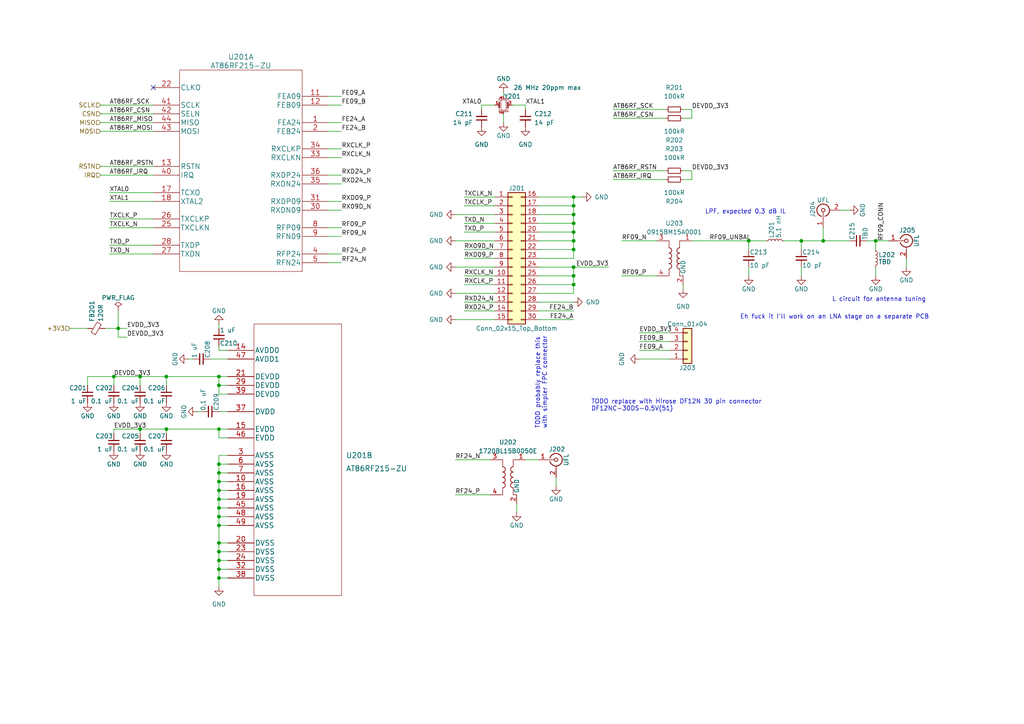
<source format=kicad_sch>
(kicad_sch (version 20211123) (generator eeschema)
  (paper "A4")
  (lib_symbols
    (symbol "2022-01-19_02-44-53:AT86RF215-ZU" (pin_names (offset 0.254))
      (property "Reference" "U" (at 25.4 10.16 0))
      (property "Value" "AT86RF215-ZU" (at 25.4 7.62 0))
      (symbol "AT86RF215-ZU_1_1"
        (polyline (pts (xy 7.62 -53.34) (xy 43.18 -53.34)) (stroke (width 0.127)))
        (polyline (pts (xy 7.62 5.08) (xy 7.62 -53.34)) (stroke (width 0.127)))
        (polyline (pts (xy 43.18 -53.34) (xy 43.18 5.08)) (stroke (width 0.127)))
        (polyline (pts (xy 43.18 5.08) (xy 7.62 5.08)) (stroke (width 0.127)))
        (pin output line (at 50.8 -10.16 180) (length 7.62) (name "FEA24") (number "1"))
        (pin output line (at 50.8 -2.54 180) (length 7.62) (name "FEA09") (number "11"))
        (pin output line (at 50.8 -5.08 180) (length 7.62) (name "FEB09") (number "12"))
        (pin input line (at 0 -22.86 0) (length 7.62) (name "RSTN") (number "13"))
        (pin input line (at 0 -30.48 0) (length 7.62) (name "TCXO") (number "17"))
        (pin output line (at 0 -33.02 0) (length 7.62) (name "XTAL2") (number "18"))
        (pin output line (at 50.8 -12.7 180) (length 7.62) (name "FEB24") (number "2"))
        (pin output line (at 0 0 0) (length 7.62) (name "CLKO") (number "22"))
        (pin input line (at 0 -40.64 0) (length 7.62) (name "TXCLKN") (number "25"))
        (pin input line (at 0 -38.1 0) (length 7.62) (name "TXCLKP") (number "26"))
        (pin input line (at 0 -48.26 0) (length 7.62) (name "TXDN") (number "27"))
        (pin input line (at 0 -45.72 0) (length 7.62) (name "TXDP") (number "28"))
        (pin output line (at 50.8 -35.56 180) (length 7.62) (name "RXDN09") (number "30"))
        (pin output line (at 50.8 -33.02 180) (length 7.62) (name "RXDP09") (number "31"))
        (pin output line (at 50.8 -20.32 180) (length 7.62) (name "RXCLKN") (number "33"))
        (pin output line (at 50.8 -17.78 180) (length 7.62) (name "RXCLKP") (number "34"))
        (pin output line (at 50.8 -27.94 180) (length 7.62) (name "RXDN24") (number "35"))
        (pin output line (at 50.8 -25.4 180) (length 7.62) (name "RXDP24") (number "36"))
        (pin bidirectional line (at 50.8 -48.26 180) (length 7.62) (name "RFP24") (number "4"))
        (pin output line (at 0 -25.4 0) (length 7.62) (name "IRQ") (number "40"))
        (pin input line (at 0 -5.08 0) (length 7.62) (name "SCLK") (number "41"))
        (pin input line (at 0 -7.62 0) (length 7.62) (name "SELN") (number "42"))
        (pin input line (at 0 -12.7 0) (length 7.62) (name "MOSI") (number "43"))
        (pin output line (at 0 -10.16 0) (length 7.62) (name "MISO") (number "44"))
        (pin bidirectional line (at 50.8 -50.8 180) (length 7.62) (name "RFN24") (number "5"))
        (pin bidirectional line (at 50.8 -40.64 180) (length 7.62) (name "RFP09") (number "8"))
        (pin bidirectional line (at 50.8 -43.18 180) (length 7.62) (name "RFN09") (number "9"))
      )
      (symbol "AT86RF215-ZU_2_1"
        (polyline (pts (xy 7.62 -71.12) (xy 33.02 -71.12)) (stroke (width 0.127)))
        (polyline (pts (xy 7.62 7.62) (xy 7.62 -71.12)) (stroke (width 0.127)))
        (polyline (pts (xy 33.02 -71.12) (xy 33.02 7.62)) (stroke (width 0.127)))
        (polyline (pts (xy 33.02 7.62) (xy 7.62 7.62)) (stroke (width 0.127)))
        (pin power_in line (at 0 -38.1 0) (length 7.62) (name "AVSS") (number "10"))
        (pin power_in line (at 0 0 0) (length 7.62) (name "AVDD0") (number "14"))
        (pin power_in line (at 0 -22.86 0) (length 7.62) (name "EVDD") (number "15"))
        (pin power_in line (at 0 -40.64 0) (length 7.62) (name "AVSS") (number "16"))
        (pin power_in line (at 0 -43.18 0) (length 7.62) (name "AVSS") (number "19"))
        (pin power_in line (at 0 -55.88 0) (length 7.62) (name "DVSS") (number "20"))
        (pin power_in line (at 0 -7.62 0) (length 7.62) (name "DEVDD") (number "21"))
        (pin power_in line (at 0 -58.42 0) (length 7.62) (name "DVSS") (number "23"))
        (pin power_in line (at 0 -60.96 0) (length 7.62) (name "DVSS") (number "24"))
        (pin power_in line (at 0 -10.16 0) (length 7.62) (name "DEVDD") (number "29"))
        (pin power_in line (at 0 -30.48 0) (length 7.62) (name "AVSS") (number "3"))
        (pin power_in line (at 0 -63.5 0) (length 7.62) (name "DVSS") (number "32"))
        (pin power_in line (at 0 -17.78 0) (length 7.62) (name "DVDD") (number "37"))
        (pin power_in line (at 0 -66.04 0) (length 7.62) (name "DVSS") (number "38"))
        (pin power_in line (at 0 -12.7 0) (length 7.62) (name "DEVDD") (number "39"))
        (pin power_in line (at 0 -45.72 0) (length 7.62) (name "AVSS") (number "45"))
        (pin power_in line (at 0 -25.4 0) (length 7.62) (name "EVDD") (number "46"))
        (pin power_in line (at 0 -2.54 0) (length 7.62) (name "AVDD1") (number "47"))
        (pin power_in line (at 0 -48.26 0) (length 7.62) (name "AVSS") (number "48"))
        (pin power_in line (at 0 -50.8 0) (length 7.62) (name "AVSS") (number "49"))
        (pin power_in line (at 0 -33.02 0) (length 7.62) (name "AVSS") (number "6"))
        (pin power_in line (at 0 -35.56 0) (length 7.62) (name "AVSS") (number "7"))
      )
    )
    (symbol "AT86RF215-ZU_1" (pin_names (offset 0.254))
      (property "Reference" "U" (at 25.4 10.16 0))
      (property "Value" "AT86RF215-ZU_1" (at 25.4 7.62 0))
      (symbol "AT86RF215-ZU_1_1_1"
        (polyline (pts (xy 7.62 -53.34) (xy 43.18 -53.34)) (stroke (width 0.127)))
        (polyline (pts (xy 7.62 5.08) (xy 7.62 -53.34)) (stroke (width 0.127)))
        (polyline (pts (xy 43.18 -53.34) (xy 43.18 5.08)) (stroke (width 0.127)))
        (polyline (pts (xy 43.18 5.08) (xy 7.62 5.08)) (stroke (width 0.127)))
        (pin output line (at 50.8 -10.16 180) (length 7.62) (name "FEA24") (number "1"))
        (pin output line (at 50.8 -2.54 180) (length 7.62) (name "FEA09") (number "11"))
        (pin output line (at 50.8 -5.08 180) (length 7.62) (name "FEB09") (number "12"))
        (pin input line (at 0 -22.86 0) (length 7.62) (name "RSTN") (number "13"))
        (pin input line (at 0 -30.48 0) (length 7.62) (name "TCXO") (number "17"))
        (pin output line (at 0 -33.02 0) (length 7.62) (name "XTAL2") (number "18"))
        (pin output line (at 50.8 -12.7 180) (length 7.62) (name "FEB24") (number "2"))
        (pin output line (at 0 0 0) (length 7.62) (name "CLKO") (number "22"))
        (pin input line (at 0 -40.64 0) (length 7.62) (name "TXCLKN") (number "25"))
        (pin input line (at 0 -38.1 0) (length 7.62) (name "TXCLKP") (number "26"))
        (pin input line (at 0 -48.26 0) (length 7.62) (name "TXDN") (number "27"))
        (pin input line (at 0 -45.72 0) (length 7.62) (name "TXDP") (number "28"))
        (pin output line (at 50.8 -35.56 180) (length 7.62) (name "RXDN09") (number "30"))
        (pin output line (at 50.8 -33.02 180) (length 7.62) (name "RXDP09") (number "31"))
        (pin output line (at 50.8 -20.32 180) (length 7.62) (name "RXCLKN") (number "33"))
        (pin output line (at 50.8 -17.78 180) (length 7.62) (name "RXCLKP") (number "34"))
        (pin output line (at 50.8 -27.94 180) (length 7.62) (name "RXDN24") (number "35"))
        (pin output line (at 50.8 -25.4 180) (length 7.62) (name "RXDP24") (number "36"))
        (pin bidirectional line (at 50.8 -48.26 180) (length 7.62) (name "RFP24") (number "4"))
        (pin output line (at 0 -25.4 0) (length 7.62) (name "IRQ") (number "40"))
        (pin input line (at 0 -5.08 0) (length 7.62) (name "SCLK") (number "41"))
        (pin input line (at 0 -7.62 0) (length 7.62) (name "SELN") (number "42"))
        (pin input line (at 0 -12.7 0) (length 7.62) (name "MOSI") (number "43"))
        (pin output line (at 0 -10.16 0) (length 7.62) (name "MISO") (number "44"))
        (pin bidirectional line (at 50.8 -50.8 180) (length 7.62) (name "RFN24") (number "5"))
        (pin bidirectional line (at 50.8 -40.64 180) (length 7.62) (name "RFP09") (number "8"))
        (pin bidirectional line (at 50.8 -43.18 180) (length 7.62) (name "RFN09") (number "9"))
      )
      (symbol "AT86RF215-ZU_1_2_1"
        (polyline (pts (xy 7.62 -71.12) (xy 33.02 -71.12)) (stroke (width 0.127)))
        (polyline (pts (xy 7.62 7.62) (xy 7.62 -71.12)) (stroke (width 0.127)))
        (polyline (pts (xy 33.02 -71.12) (xy 33.02 7.62)) (stroke (width 0.127)))
        (polyline (pts (xy 33.02 7.62) (xy 7.62 7.62)) (stroke (width 0.127)))
        (pin power_in line (at 0 -38.1 0) (length 7.62) (name "AVSS") (number "10"))
        (pin power_out line (at 0 0 0) (length 7.62) (name "AVDD0") (number "14"))
        (pin power_in line (at 0 -22.86 0) (length 7.62) (name "EVDD") (number "15"))
        (pin power_in line (at 0 -40.64 0) (length 7.62) (name "AVSS") (number "16"))
        (pin power_in line (at 0 -43.18 0) (length 7.62) (name "AVSS") (number "19"))
        (pin power_in line (at 0 -55.88 0) (length 7.62) (name "DVSS") (number "20"))
        (pin power_in line (at 0 -7.62 0) (length 7.62) (name "DEVDD") (number "21"))
        (pin power_in line (at 0 -58.42 0) (length 7.62) (name "DVSS") (number "23"))
        (pin power_in line (at 0 -60.96 0) (length 7.62) (name "DVSS") (number "24"))
        (pin power_in line (at 0 -10.16 0) (length 7.62) (name "DEVDD") (number "29"))
        (pin power_in line (at 0 -30.48 0) (length 7.62) (name "AVSS") (number "3"))
        (pin power_in line (at 0 -63.5 0) (length 7.62) (name "DVSS") (number "32"))
        (pin power_out line (at 0 -17.78 0) (length 7.62) (name "DVDD") (number "37"))
        (pin power_in line (at 0 -66.04 0) (length 7.62) (name "DVSS") (number "38"))
        (pin power_in line (at 0 -12.7 0) (length 7.62) (name "DEVDD") (number "39"))
        (pin power_in line (at 0 -45.72 0) (length 7.62) (name "AVSS") (number "45"))
        (pin power_in line (at 0 -25.4 0) (length 7.62) (name "EVDD") (number "46"))
        (pin power_out line (at 0 -2.54 0) (length 7.62) (name "AVDD1") (number "47"))
        (pin power_in line (at 0 -48.26 0) (length 7.62) (name "AVSS") (number "48"))
        (pin power_in line (at 0 -50.8 0) (length 7.62) (name "AVSS") (number "49"))
        (pin power_in line (at 0 -33.02 0) (length 7.62) (name "AVSS") (number "6"))
        (pin power_in line (at 0 -35.56 0) (length 7.62) (name "AVSS") (number "7"))
      )
    )
    (symbol "Connector:Conn_Coaxial" (pin_names (offset 1.016) hide)
      (property "Reference" "J" (at 0.254 3.048 0))
      (property "Value" "Conn_Coaxial" (at 2.921 0 90))
      (symbol "Conn_Coaxial_0_1"
        (arc (start -1.778 -0.508) (mid 0.222 -1.808) (end 1.778 0) (stroke (width 0.254)))
        (polyline (pts (xy -2.54 0) (xy -0.508 0)))
        (polyline (pts (xy 0 -2.54) (xy 0 -1.778)))
        (circle (center 0 0) (radius 0.508) (stroke (width 0.2032)))
        (arc (start 1.778 0) (mid 0.222 1.8083) (end -1.778 0.508) (stroke (width 0.254)))
      )
      (symbol "Conn_Coaxial_1_1"
        (pin passive line (at -5.08 0 0) (length 2.54) (name "In") (number "1"))
        (pin passive line (at 0 -5.08 90) (length 2.54) (name "Ext") (number "2"))
      )
    )
    (symbol "Connector_Generic:Conn_01x04" (pin_names (offset 1.016) hide)
      (property "Reference" "J" (at 0 5.08 0))
      (property "Value" "Conn_01x04" (at 0 -7.62 0))
      (symbol "Conn_01x04_1_1"
        (rectangle (start -1.27 -4.953) (end 0 -5.207) (stroke (width 0.1524)))
        (rectangle (start -1.27 -2.413) (end 0 -2.667) (stroke (width 0.1524)))
        (rectangle (start -1.27 0.127) (end 0 -0.127) (stroke (width 0.1524)))
        (rectangle (start -1.27 2.667) (end 0 2.413) (stroke (width 0.1524)))
        (rectangle (start -1.27 3.81) (end 1.27 -6.35) (stroke (width 0.254)) (fill (type background)))
        (pin passive line (at -5.08 2.54 0) (length 3.81) (name "Pin_1") (number "1"))
        (pin passive line (at -5.08 0 0) (length 3.81) (name "Pin_2") (number "2"))
        (pin passive line (at -5.08 -2.54 0) (length 3.81) (name "Pin_3") (number "3"))
        (pin passive line (at -5.08 -5.08 0) (length 3.81) (name "Pin_4") (number "4"))
      )
    )
    (symbol "Connector_Generic:Conn_02x15_Top_Bottom" (pin_names (offset 1.016) hide)
      (property "Reference" "J" (at 1.27 20.32 0))
      (property "Value" "Conn_02x15_Top_Bottom" (at 1.27 -20.32 0))
      (symbol "Conn_02x15_Top_Bottom_1_1"
        (rectangle (start -1.27 -17.653) (end 0 -17.907) (stroke (width 0.1524)))
        (rectangle (start -1.27 -15.113) (end 0 -15.367) (stroke (width 0.1524)))
        (rectangle (start -1.27 -12.573) (end 0 -12.827) (stroke (width 0.1524)))
        (rectangle (start -1.27 -10.033) (end 0 -10.287) (stroke (width 0.1524)))
        (rectangle (start -1.27 -7.493) (end 0 -7.747) (stroke (width 0.1524)))
        (rectangle (start -1.27 -4.953) (end 0 -5.207) (stroke (width 0.1524)))
        (rectangle (start -1.27 -2.413) (end 0 -2.667) (stroke (width 0.1524)))
        (rectangle (start -1.27 0.127) (end 0 -0.127) (stroke (width 0.1524)))
        (rectangle (start -1.27 2.667) (end 0 2.413) (stroke (width 0.1524)))
        (rectangle (start -1.27 5.207) (end 0 4.953) (stroke (width 0.1524)))
        (rectangle (start -1.27 7.747) (end 0 7.493) (stroke (width 0.1524)))
        (rectangle (start -1.27 10.287) (end 0 10.033) (stroke (width 0.1524)))
        (rectangle (start -1.27 12.827) (end 0 12.573) (stroke (width 0.1524)))
        (rectangle (start -1.27 15.367) (end 0 15.113) (stroke (width 0.1524)))
        (rectangle (start -1.27 17.907) (end 0 17.653) (stroke (width 0.1524)))
        (rectangle (start -1.27 19.05) (end 3.81 -19.05) (stroke (width 0.254)) (fill (type background)))
        (rectangle (start 3.81 -17.653) (end 2.54 -17.907) (stroke (width 0.1524)))
        (rectangle (start 3.81 -15.113) (end 2.54 -15.367) (stroke (width 0.1524)))
        (rectangle (start 3.81 -12.573) (end 2.54 -12.827) (stroke (width 0.1524)))
        (rectangle (start 3.81 -10.033) (end 2.54 -10.287) (stroke (width 0.1524)))
        (rectangle (start 3.81 -7.493) (end 2.54 -7.747) (stroke (width 0.1524)))
        (rectangle (start 3.81 -4.953) (end 2.54 -5.207) (stroke (width 0.1524)))
        (rectangle (start 3.81 -2.413) (end 2.54 -2.667) (stroke (width 0.1524)))
        (rectangle (start 3.81 0.127) (end 2.54 -0.127) (stroke (width 0.1524)))
        (rectangle (start 3.81 2.667) (end 2.54 2.413) (stroke (width 0.1524)))
        (rectangle (start 3.81 5.207) (end 2.54 4.953) (stroke (width 0.1524)))
        (rectangle (start 3.81 7.747) (end 2.54 7.493) (stroke (width 0.1524)))
        (rectangle (start 3.81 10.287) (end 2.54 10.033) (stroke (width 0.1524)))
        (rectangle (start 3.81 12.827) (end 2.54 12.573) (stroke (width 0.1524)))
        (rectangle (start 3.81 15.367) (end 2.54 15.113) (stroke (width 0.1524)))
        (rectangle (start 3.81 17.907) (end 2.54 17.653) (stroke (width 0.1524)))
        (pin passive line (at -5.08 17.78 0) (length 3.81) (name "Pin_1") (number "1"))
        (pin passive line (at -5.08 -5.08 0) (length 3.81) (name "Pin_10") (number "10"))
        (pin passive line (at -5.08 -7.62 0) (length 3.81) (name "Pin_11") (number "11"))
        (pin passive line (at -5.08 -10.16 0) (length 3.81) (name "Pin_12") (number "12"))
        (pin passive line (at -5.08 -12.7 0) (length 3.81) (name "Pin_13") (number "13"))
        (pin passive line (at -5.08 -15.24 0) (length 3.81) (name "Pin_14") (number "14"))
        (pin passive line (at -5.08 -17.78 0) (length 3.81) (name "Pin_15") (number "15"))
        (pin passive line (at 7.62 17.78 180) (length 3.81) (name "Pin_16") (number "16"))
        (pin passive line (at 7.62 15.24 180) (length 3.81) (name "Pin_17") (number "17"))
        (pin passive line (at 7.62 12.7 180) (length 3.81) (name "Pin_18") (number "18"))
        (pin passive line (at 7.62 10.16 180) (length 3.81) (name "Pin_19") (number "19"))
        (pin passive line (at -5.08 15.24 0) (length 3.81) (name "Pin_2") (number "2"))
        (pin passive line (at 7.62 7.62 180) (length 3.81) (name "Pin_20") (number "20"))
        (pin passive line (at 7.62 5.08 180) (length 3.81) (name "Pin_21") (number "21"))
        (pin passive line (at 7.62 2.54 180) (length 3.81) (name "Pin_22") (number "22"))
        (pin passive line (at 7.62 0 180) (length 3.81) (name "Pin_23") (number "23"))
        (pin passive line (at 7.62 -2.54 180) (length 3.81) (name "Pin_24") (number "24"))
        (pin passive line (at 7.62 -5.08 180) (length 3.81) (name "Pin_25") (number "25"))
        (pin passive line (at 7.62 -7.62 180) (length 3.81) (name "Pin_26") (number "26"))
        (pin passive line (at 7.62 -10.16 180) (length 3.81) (name "Pin_27") (number "27"))
        (pin passive line (at 7.62 -12.7 180) (length 3.81) (name "Pin_28") (number "28"))
        (pin passive line (at 7.62 -15.24 180) (length 3.81) (name "Pin_29") (number "29"))
        (pin passive line (at -5.08 12.7 0) (length 3.81) (name "Pin_3") (number "3"))
        (pin passive line (at 7.62 -17.78 180) (length 3.81) (name "Pin_30") (number "30"))
        (pin passive line (at -5.08 10.16 0) (length 3.81) (name "Pin_4") (number "4"))
        (pin passive line (at -5.08 7.62 0) (length 3.81) (name "Pin_5") (number "5"))
        (pin passive line (at -5.08 5.08 0) (length 3.81) (name "Pin_6") (number "6"))
        (pin passive line (at -5.08 2.54 0) (length 3.81) (name "Pin_7") (number "7"))
        (pin passive line (at -5.08 0 0) (length 3.81) (name "Pin_8") (number "8"))
        (pin passive line (at -5.08 -2.54 0) (length 3.81) (name "Pin_9") (number "9"))
      )
    )
    (symbol "Device:C_Small" (pin_numbers hide) (pin_names (offset 0.254) hide)
      (property "Reference" "C" (at 0.254 1.778 0))
      (property "Value" "C_Small" (at 0.254 -2.032 0))
      (symbol "C_Small_0_1"
        (polyline (pts (xy -1.524 -0.508) (xy 1.524 -0.508)) (stroke (width 0.3302)))
        (polyline (pts (xy -1.524 0.508) (xy 1.524 0.508)) (stroke (width 0.3048)))
      )
      (symbol "C_Small_1_1"
        (pin passive line (at 0 2.54 270) (length 2.032) (name "~") (number "1"))
        (pin passive line (at 0 -2.54 90) (length 2.032) (name "~") (number "2"))
      )
    )
    (symbol "Device:Crystal_GND24_Small" (pin_names (offset 1.016) hide)
      (property "Reference" "Y" (at 1.27 4.445 0))
      (property "Value" "Crystal_GND24_Small" (at 1.27 2.54 0))
      (symbol "Crystal_GND24_Small_0_1"
        (rectangle (start -0.762 -1.524) (end 0.762 1.524))
        (polyline (pts (xy -1.27 -0.762) (xy -1.27 0.762)) (stroke (width 0.381)))
        (polyline (pts (xy 1.27 -0.762) (xy 1.27 0.762)) (stroke (width 0.381)))
        (polyline (pts (xy -1.27 -1.27) (xy -1.27 -1.905) (xy 1.27 -1.905) (xy 1.27 -1.27)))
        (polyline (pts (xy -1.27 1.27) (xy -1.27 1.905) (xy 1.27 1.905) (xy 1.27 1.27)))
      )
      (symbol "Crystal_GND24_Small_1_1"
        (pin passive line (at -2.54 0 0) (length 1.27) (name "1") (number "1"))
        (pin passive line (at 0 -2.54 90) (length 0.635) (name "2") (number "2"))
        (pin passive line (at 2.54 0 180) (length 1.27) (name "3") (number "3"))
        (pin passive line (at 0 2.54 270) (length 0.635) (name "4") (number "4"))
      )
    )
    (symbol "Device:FerriteBead_Small" (pin_numbers hide) (pin_names (offset 0))
      (property "Reference" "FB" (at 1.905 1.27 0))
      (property "Value" "FerriteBead_Small" (at 1.905 -1.27 0))
      (symbol "FerriteBead_Small_0_1"
        (polyline (pts (xy 0 -1.27) (xy 0 -0.7874)))
        (polyline (pts (xy 0 0.889) (xy 0 1.2954)))
        (polyline (pts (xy -1.8288 0.2794) (xy -1.1176 1.4986) (xy 1.8288 -0.2032) (xy 1.1176 -1.4224) (xy -1.8288 0.2794)))
      )
      (symbol "FerriteBead_Small_1_1"
        (pin passive line (at 0 2.54 270) (length 1.27) (name "~") (number "1"))
        (pin passive line (at 0 -2.54 90) (length 1.27) (name "~") (number "2"))
      )
    )
    (symbol "Device:L_Small" (pin_numbers hide) (pin_names (offset 0.254) hide)
      (property "Reference" "L" (at 0.762 1.016 0))
      (property "Value" "L_Small" (at 0.762 -1.016 0))
      (symbol "L_Small_0_1"
        (arc (start 0 -2.032) (mid 0.508 -1.524) (end 0 -1.016))
        (arc (start 0 -1.016) (mid 0.508 -0.508) (end 0 0))
        (arc (start 0 0) (mid 0.508 0.508) (end 0 1.016))
        (arc (start 0 1.016) (mid 0.508 1.524) (end 0 2.032))
      )
      (symbol "L_Small_1_1"
        (pin passive line (at 0 2.54 270) (length 0.508) (name "~") (number "1"))
        (pin passive line (at 0 -2.54 90) (length 0.508) (name "~") (number "2"))
      )
    )
    (symbol "Device:R_Small" (pin_numbers hide) (pin_names (offset 0.254) hide)
      (property "Reference" "R" (at 0.762 0.508 0))
      (property "Value" "R_Small" (at 0.762 -1.016 0))
      (symbol "R_Small_0_1"
        (rectangle (start -0.762 1.778) (end 0.762 -1.778) (stroke (width 0.2032)))
      )
      (symbol "R_Small_1_1"
        (pin passive line (at 0 2.54 270) (length 0.762) (name "~") (number "1"))
        (pin passive line (at 0 -2.54 90) (length 0.762) (name "~") (number "2"))
      )
    )
    (symbol "Transformer:0915BM15A0001"
      (property "Reference" "U" (at 0 6.35 0))
      (property "Value" "0915BM15A0001" (at 0 -7.62 0))
      (symbol "0915BM15A0001_1_1"
        (arc (start -1.524 -3.048) (mid -0.762 -2.286) (end -1.524 -1.524) (stroke (width 0.2032)))
        (arc (start -1.524 -1.524) (mid -0.762 -0.762) (end -1.524 0) (stroke (width 0.2032)))
        (arc (start -1.524 0) (mid -0.762 0.762) (end -1.524 1.524) (stroke (width 0.2032)))
        (arc (start -1.524 1.524) (mid -0.762 2.286) (end -1.524 3.048) (stroke (width 0.2032)))
        (polyline (pts (xy -2.54 5.08) (xy -1.524 5.08) (xy -1.524 3.048)) (stroke (width 0.1524)))
        (polyline (pts (xy -1.524 -3.048) (xy -1.524 -5.08) (xy -2.54 -5.08)) (stroke (width 0.1524)))
        (polyline (pts (xy 1.524 3.048) (xy 1.524 5.08) (xy 2.54 5.08)) (stroke (width 0.1524)))
        (polyline (pts (xy 2.54 -5.08) (xy 1.524 -5.08) (xy 1.524 -3.048)) (stroke (width 0.1524)))
        (arc (start 1.524 -1.524) (mid 0.762 -2.286) (end 1.524 -3.048) (stroke (width 0.2032)))
        (arc (start 1.524 0) (mid 0.762 -0.762) (end 1.524 -1.524) (stroke (width 0.2032)))
        (arc (start 1.524 1.524) (mid 0.762 0.762) (end 1.524 0) (stroke (width 0.2032)))
        (arc (start 1.524 3.048) (mid 0.762 2.286) (end 1.524 1.524) (stroke (width 0.2032)))
        (pin passive line (at -5.08 5.08 0) (length 2.54) (name "~") (number "1"))
        (pin power_in line (at -2.54 -7.62 90) (length 2.54) (name "GND") (number "2"))
        (pin passive line (at 5.08 5.08 180) (length 2.54) (name "~") (number "3"))
        (pin passive line (at 5.08 -5.08 180) (length 2.54) (name "~") (number "4"))
        (pin passive line (at -2.54 -7.62 90) (length 2.54) hide (name "GND") (number "5"))
        (pin passive line (at -2.54 -7.62 90) (length 2.54) hide (name "GND") (number "6"))
      )
    )
    (symbol "power:GND" (power) (pin_names (offset 0))
      (property "Value" "GND" (at 0 -3.81 0))
      (symbol "GND_0_1"
        (polyline (pts (xy 0 0) (xy 0 -1.27) (xy 1.27 -1.27) (xy 0 -2.54) (xy -1.27 -1.27) (xy 0 -1.27)))
      )
      (symbol "GND_1_1"
        (pin power_in line (at 0 0 270) (length 0) hide (name "GND") (number "1"))
      )
    )
    (symbol "power:PWR_FLAG" (power) (pin_numbers hide) (pin_names (offset 0) hide)
      (property "Value" "PWR_FLAG" (at 0 3.81 0))
      (symbol "PWR_FLAG_0_0"
        (pin power_out line (at 0 0 90) (length 0) (name "pwr") (number "1"))
      )
      (symbol "PWR_FLAG_0_1"
        (polyline (pts (xy 0 0) (xy 0 1.27) (xy -1.016 1.905) (xy 0 2.54) (xy 1.016 1.905) (xy 0 1.27)))
      )
    )
  )
  (junction (at 63.5 144.78))
  (junction (at 63.5 134.62))
  (junction (at 63.5 149.86))
  (junction (at 166.37 59.69))
  (junction (at 232.41 69.85))
  (junction (at 63.5 109.22))
  (junction (at 63.5 165.1))
  (junction (at 63.5 139.7))
  (junction (at 63.5 160.02))
  (junction (at 63.5 111.76))
  (junction (at 63.5 124.46))
  (junction (at 166.37 67.31))
  (junction (at 166.37 69.85))
  (junction (at 63.5 137.16))
  (junction (at 63.5 157.48))
  (junction (at 63.5 167.64))
  (junction (at 33.02 109.22))
  (junction (at 40.64 109.22))
  (junction (at 63.5 147.32))
  (junction (at 40.64 124.46))
  (junction (at 238.76 69.85))
  (junction (at 166.37 77.47))
  (junction (at 48.26 109.22))
  (junction (at 63.5 142.24))
  (junction (at 63.5 152.4))
  (junction (at 166.37 64.77))
  (junction (at 166.37 80.01))
  (junction (at 217.17 69.85))
  (junction (at 48.26 124.46))
  (junction (at 166.37 57.15))
  (junction (at 166.37 82.55))
  (junction (at 166.37 72.39))
  (junction (at 63.5 162.56))
  (junction (at 166.37 62.23))
  (junction (at 254 69.85))
  (junction (at 34.29 95.25))
  (no_connect (at 44.45 25.4))
  (wire (pts (xy 132.08 85.09) (xy 143.51 85.09)))
  (wire (pts (xy 63.5 147.32) (xy 63.5 144.78)))
  (wire (pts (xy 40.64 124.46) (xy 48.26 124.46)))
  (wire (pts (xy 180.34 69.85) (xy 190.5 69.85)))
  (wire (pts (xy 63.5 142.24) (xy 66.04 142.24)))
  (wire (pts (xy 166.37 82.55) (xy 156.21 82.55)))
  (wire (pts (xy 166.37 59.69) (xy 156.21 59.69)))
  (wire (pts (xy 139.7 30.48) (xy 143.51 30.48)))
  (wire (pts (xy 166.37 80.01) (xy 156.21 80.01)))
  (wire (pts (xy 166.37 67.31) (xy 156.21 67.31)))
  (wire (pts (xy 66.04 127) (xy 63.5 127)))
  (wire (pts (xy 238.76 69.85) (xy 246.38 69.85)))
  (wire (pts (xy 36.83 97.79) (xy 34.29 97.79)))
  (wire (pts (xy 63.5 127) (xy 63.5 124.46)))
  (wire (pts (xy 161.29 138.43) (xy 161.29 140.97)))
  (wire (pts (xy 63.5 134.62) (xy 63.5 132.08)))
  (wire (pts (xy 143.51 69.85) (xy 132.08 69.85)))
  (wire (pts (xy 63.5 137.16) (xy 63.5 134.62)))
  (wire (pts (xy 95.25 58.42) (xy 99.06 58.42)))
  (wire (pts (xy 254 69.85) (xy 254 72.39)))
  (wire (pts (xy 66.04 114.3) (xy 63.5 114.3)))
  (wire (pts (xy 31.75 66.04) (xy 44.45 66.04)))
  (wire (pts (xy 63.5 132.08) (xy 66.04 132.08)))
  (wire (pts (xy 54.61 104.14) (xy 55.88 104.14)))
  (wire (pts (xy 146.05 33.02) (xy 146.05 35.56)))
  (wire (pts (xy 251.46 69.85) (xy 254 69.85)))
  (wire (pts (xy 95.25 50.8) (xy 99.06 50.8)))
  (wire (pts (xy 95.25 43.18) (xy 99.06 43.18)))
  (wire (pts (xy 177.8 31.75) (xy 193.04 31.75)))
  (wire (pts (xy 40.64 111.76) (xy 40.64 109.22)))
  (wire (pts (xy 185.42 96.52) (xy 194.31 96.52)))
  (wire (pts (xy 166.37 62.23) (xy 156.21 62.23)))
  (wire (pts (xy 34.29 95.25) (xy 34.29 97.79)))
  (wire (pts (xy 63.5 167.64) (xy 63.5 165.1)))
  (wire (pts (xy 148.59 30.48) (xy 152.4 30.48)))
  (wire (pts (xy 254 69.85) (xy 257.81 69.85)))
  (wire (pts (xy 177.8 52.07) (xy 193.04 52.07)))
  (wire (pts (xy 63.5 144.78) (xy 63.5 142.24)))
  (wire (pts (xy 25.4 111.76) (xy 25.4 109.22)))
  (wire (pts (xy 48.26 109.22) (xy 63.5 109.22)))
  (wire (pts (xy 132.08 143.51) (xy 142.24 143.51)))
  (wire (pts (xy 198.12 49.53) (xy 200.66 49.53)))
  (wire (pts (xy 166.37 80.01) (xy 166.37 82.55)))
  (wire (pts (xy 200.66 49.53) (xy 200.66 52.07)))
  (wire (pts (xy 63.5 162.56) (xy 66.04 162.56)))
  (wire (pts (xy 243.84 60.96) (xy 246.38 60.96)))
  (wire (pts (xy 63.5 139.7) (xy 66.04 139.7)))
  (wire (pts (xy 166.37 92.71) (xy 156.21 92.71)))
  (wire (pts (xy 166.37 57.15) (xy 168.91 57.15)))
  (wire (pts (xy 232.41 77.47) (xy 232.41 80.01)))
  (wire (pts (xy 198.12 82.55) (xy 198.12 83.82)))
  (wire (pts (xy 200.66 69.85) (xy 217.17 69.85)))
  (wire (pts (xy 31.75 63.5) (xy 44.45 63.5)))
  (wire (pts (xy 63.5 111.76) (xy 63.5 109.22)))
  (wire (pts (xy 166.37 69.85) (xy 156.21 69.85)))
  (wire (pts (xy 134.62 82.55) (xy 143.51 82.55)))
  (wire (pts (xy 95.25 45.72) (xy 99.06 45.72)))
  (wire (pts (xy 31.75 58.42) (xy 44.45 58.42)))
  (wire (pts (xy 63.5 139.7) (xy 63.5 137.16)))
  (wire (pts (xy 166.37 90.17) (xy 156.21 90.17)))
  (wire (pts (xy 132.08 133.35) (xy 142.24 133.35)))
  (wire (pts (xy 48.26 124.46) (xy 63.5 124.46)))
  (wire (pts (xy 48.26 125.73) (xy 48.26 124.46)))
  (wire (pts (xy 40.64 125.73) (xy 40.64 124.46)))
  (wire (pts (xy 63.5 101.6) (xy 66.04 101.6)))
  (wire (pts (xy 95.25 76.2) (xy 99.06 76.2)))
  (wire (pts (xy 57.15 119.38) (xy 58.42 119.38)))
  (wire (pts (xy 156.21 57.15) (xy 166.37 57.15)))
  (wire (pts (xy 63.5 149.86) (xy 66.04 149.86)))
  (wire (pts (xy 63.5 160.02) (xy 66.04 160.02)))
  (wire (pts (xy 63.5 157.48) (xy 66.04 157.48)))
  (wire (pts (xy 217.17 69.85) (xy 222.25 69.85)))
  (wire (pts (xy 217.17 69.85) (xy 217.17 72.39)))
  (wire (pts (xy 177.8 34.29) (xy 193.04 34.29)))
  (wire (pts (xy 177.8 49.53) (xy 193.04 49.53)))
  (wire (pts (xy 254 77.47) (xy 254 80.01)))
  (wire (pts (xy 166.37 77.47) (xy 176.53 77.47)))
  (wire (pts (xy 185.42 104.14) (xy 194.31 104.14)))
  (wire (pts (xy 63.5 157.48) (xy 63.5 152.4)))
  (wire (pts (xy 143.51 62.23) (xy 132.08 62.23)))
  (wire (pts (xy 232.41 69.85) (xy 227.33 69.85)))
  (wire (pts (xy 134.62 80.01) (xy 143.51 80.01)))
  (wire (pts (xy 63.5 149.86) (xy 63.5 147.32)))
  (wire (pts (xy 63.5 165.1) (xy 63.5 162.56)))
  (wire (pts (xy 95.25 60.96) (xy 99.06 60.96)))
  (wire (pts (xy 198.12 31.75) (xy 200.66 31.75)))
  (wire (pts (xy 29.21 48.26) (xy 44.45 48.26)))
  (wire (pts (xy 66.04 111.76) (xy 63.5 111.76)))
  (wire (pts (xy 166.37 72.39) (xy 156.21 72.39)))
  (wire (pts (xy 166.37 67.31) (xy 166.37 69.85)))
  (wire (pts (xy 63.5 124.46) (xy 66.04 124.46)))
  (wire (pts (xy 29.21 50.8) (xy 44.45 50.8)))
  (wire (pts (xy 166.37 64.77) (xy 156.21 64.77)))
  (wire (pts (xy 166.37 87.63) (xy 156.21 87.63)))
  (wire (pts (xy 63.5 152.4) (xy 66.04 152.4)))
  (wire (pts (xy 31.75 73.66) (xy 44.45 73.66)))
  (wire (pts (xy 33.02 109.22) (xy 40.64 109.22)))
  (wire (pts (xy 25.4 109.22) (xy 33.02 109.22)))
  (wire (pts (xy 134.62 59.69) (xy 143.51 59.69)))
  (wire (pts (xy 95.25 38.1) (xy 99.06 38.1)))
  (wire (pts (xy 29.21 38.1) (xy 44.45 38.1)))
  (wire (pts (xy 166.37 85.09) (xy 156.21 85.09)))
  (wire (pts (xy 63.5 170.18) (xy 63.5 167.64)))
  (wire (pts (xy 134.62 67.31) (xy 143.51 67.31)))
  (wire (pts (xy 132.08 92.71) (xy 143.51 92.71)))
  (wire (pts (xy 166.37 82.55) (xy 166.37 85.09)))
  (wire (pts (xy 95.25 53.34) (xy 99.06 53.34)))
  (wire (pts (xy 134.62 90.17) (xy 143.51 90.17)))
  (wire (pts (xy 20.32 95.25) (xy 25.4 95.25)))
  (wire (pts (xy 166.37 59.69) (xy 166.37 62.23)))
  (wire (pts (xy 166.37 77.47) (xy 166.37 80.01)))
  (wire (pts (xy 34.29 95.25) (xy 36.83 95.25)))
  (wire (pts (xy 63.5 93.98) (xy 63.5 95.25)))
  (wire (pts (xy 166.37 57.15) (xy 166.37 59.69)))
  (wire (pts (xy 134.62 87.63) (xy 143.51 87.63)))
  (wire (pts (xy 48.26 111.76) (xy 48.26 109.22)))
  (wire (pts (xy 185.42 101.6) (xy 194.31 101.6)))
  (wire (pts (xy 180.34 80.01) (xy 190.5 80.01)))
  (wire (pts (xy 34.29 90.17) (xy 34.29 95.25)))
  (wire (pts (xy 217.17 77.47) (xy 217.17 80.01)))
  (wire (pts (xy 63.5 147.32) (xy 66.04 147.32)))
  (wire (pts (xy 63.5 160.02) (xy 63.5 157.48)))
  (wire (pts (xy 60.96 104.14) (xy 66.04 104.14)))
  (wire (pts (xy 134.62 74.93) (xy 143.51 74.93)))
  (wire (pts (xy 232.41 69.85) (xy 238.76 69.85)))
  (wire (pts (xy 29.21 35.56) (xy 44.45 35.56)))
  (wire (pts (xy 146.05 26.67) (xy 146.05 27.94)))
  (wire (pts (xy 40.64 109.22) (xy 48.26 109.22)))
  (wire (pts (xy 31.75 71.12) (xy 44.45 71.12)))
  (wire (pts (xy 63.5 100.33) (xy 63.5 101.6)))
  (wire (pts (xy 63.5 142.24) (xy 63.5 139.7)))
  (wire (pts (xy 134.62 72.39) (xy 143.51 72.39)))
  (wire (pts (xy 262.89 74.93) (xy 262.89 77.47)))
  (wire (pts (xy 149.86 146.05) (xy 149.86 148.59)))
  (wire (pts (xy 63.5 137.16) (xy 66.04 137.16)))
  (wire (pts (xy 33.02 111.76) (xy 33.02 109.22)))
  (wire (pts (xy 95.25 66.04) (xy 99.06 66.04)))
  (wire (pts (xy 63.5 119.38) (xy 66.04 119.38)))
  (wire (pts (xy 152.4 133.35) (xy 156.21 133.35)))
  (wire (pts (xy 198.12 34.29) (xy 200.66 34.29)))
  (wire (pts (xy 198.12 52.07) (xy 200.66 52.07)))
  (wire (pts (xy 232.41 72.39) (xy 232.41 69.85)))
  (wire (pts (xy 63.5 134.62) (xy 66.04 134.62)))
  (wire (pts (xy 33.02 124.46) (xy 40.64 124.46)))
  (wire (pts (xy 143.51 77.47) (xy 132.08 77.47)))
  (wire (pts (xy 63.5 162.56) (xy 63.5 160.02)))
  (wire (pts (xy 95.25 30.48) (xy 99.06 30.48)))
  (wire (pts (xy 166.37 74.93) (xy 156.21 74.93)))
  (wire (pts (xy 63.5 152.4) (xy 63.5 149.86)))
  (wire (pts (xy 166.37 62.23) (xy 166.37 64.77)))
  (wire (pts (xy 166.37 64.77) (xy 166.37 67.31)))
  (wire (pts (xy 63.5 144.78) (xy 66.04 144.78)))
  (wire (pts (xy 33.02 125.73) (xy 33.02 124.46)))
  (wire (pts (xy 139.7 30.48) (xy 139.7 31.75)))
  (wire (pts (xy 63.5 167.64) (xy 66.04 167.64)))
  (wire (pts (xy 200.66 31.75) (xy 200.66 34.29)))
  (wire (pts (xy 63.5 114.3) (xy 63.5 111.76)))
  (wire (pts (xy 30.48 95.25) (xy 34.29 95.25)))
  (wire (pts (xy 185.42 99.06) (xy 194.31 99.06)))
  (wire (pts (xy 166.37 69.85) (xy 166.37 72.39)))
  (wire (pts (xy 166.37 72.39) (xy 166.37 74.93)))
  (wire (pts (xy 95.25 27.94) (xy 99.06 27.94)))
  (wire (pts (xy 134.62 57.15) (xy 143.51 57.15)))
  (wire (pts (xy 63.5 165.1) (xy 66.04 165.1)))
  (wire (pts (xy 95.25 73.66) (xy 99.06 73.66)))
  (wire (pts (xy 95.25 35.56) (xy 99.06 35.56)))
  (wire (pts (xy 152.4 30.48) (xy 152.4 31.75)))
  (wire (pts (xy 31.75 55.88) (xy 44.45 55.88)))
  (wire (pts (xy 63.5 109.22) (xy 66.04 109.22)))
  (wire (pts (xy 134.62 64.77) (xy 143.51 64.77)))
  (wire (pts (xy 238.76 66.04) (xy 238.76 69.85)))
  (wire (pts (xy 95.25 68.58) (xy 99.06 68.58)))
  (wire (pts (xy 29.21 33.02) (xy 44.45 33.02)))
  (wire (pts (xy 29.21 30.48) (xy 44.45 30.48)))
  (wire (pts (xy 156.21 77.47) (xy 166.37 77.47)))
  (text "L circuit for antenna tuning" (at 241.3 87.63 0) (effects (font (size 1.27 1.27)) (justify left bottom)))
  (text "TODO probably replace this\nwith simpler FPC connector" (at 158.75 124.46 90) (effects (font (size 1.27 1.27)) (justify left bottom)))
  (text "TODO replace with Hirose DF12N 30 pin connector\nDF12NC-30DS-0.5V(51)" (at 171.45 119.38 0) (effects (font (size 1.27 1.27)) (justify left bottom)))
  (text "Eh fuck it I'll work on an LNA stage on a separate PCB" (at 214.63 92.71 0) (effects (font (size 1.27 1.27)) (justify left bottom)))
  (text "LPF, expected 0.3 dB IL" (at 204.47 62.23 0) (effects (font (size 1.27 1.27)) (justify left bottom)))
  (label "FE24_A" (at 166.37 92.71 180))
  (label "TXCLK_N" (at 31.75 66.04 0))
  (label "DEVDD_3V3" (at 200.66 49.53 0))
  (label "DEVDD_3V3" (at 200.66 31.75 0))
  (label "TXD_N" (at 134.62 64.77 0))
  (label "RF09_P" (at 180.34 80.01 0))
  (label "RX09D_N" (at 99.06 60.96 0))
  (label "AT86RF_MISO" (at 31.75 35.56 0))
  (label "FE24_B" (at 166.37 90.17 180))
  (label "RF24_P" (at 132.08 143.51 0))
  (label "AT86RF_RSTN" (at 31.75 48.26 0))
  (label "RF09_N" (at 99.06 68.58 0))
  (label "FE24_B" (at 99.06 38.1 0))
  (label "EVDD_3V3" (at 33.02 124.46 0))
  (label "DEVDD_3V3" (at 33.02 109.22 0))
  (label "XTAL0" (at 139.7 30.48 180))
  (label "DEVDD_3V3" (at 36.83 97.79 0))
  (label "FE09_B" (at 185.42 99.06 0))
  (label "RF09_N" (at 180.34 69.85 0))
  (label "TXD_N" (at 31.75 73.66 0))
  (label "TXD_P" (at 134.62 67.31 0))
  (label "TXD_P" (at 31.75 71.12 0))
  (label "RXD24_P" (at 99.06 50.8 0))
  (label "AT86RF_IRQ" (at 31.75 50.8 0))
  (label "FE09_A" (at 185.42 101.6 0))
  (label "AT86RF_SCK" (at 31.75 30.48 0))
  (label "FE09_B" (at 99.06 30.48 0))
  (label "RXD24_N" (at 99.06 53.34 0))
  (label "RXCLK_N" (at 134.62 80.01 0))
  (label "RXCLK_P" (at 134.62 82.55 0))
  (label "AT86RF_CSN" (at 177.8 34.29 0))
  (label "XTAL1" (at 31.75 58.42 0))
  (label "RXCLK_N" (at 99.06 45.72 0))
  (label "AT86RF_RSTN" (at 177.8 49.53 0))
  (label "RXCLK_P" (at 99.06 43.18 0))
  (label "RXD09_P" (at 134.62 74.93 0))
  (label "RF24_N" (at 132.08 133.35 0))
  (label "AT86RF_MOSI" (at 31.75 38.1 0))
  (label "RF24_N" (at 99.06 76.2 0))
  (label "RF09_P" (at 99.06 66.04 0))
  (label "EVDD_3V3" (at 185.42 96.52 0))
  (label "RXD24_P" (at 134.62 90.17 0))
  (label "RF24_P" (at 99.06 73.66 0))
  (label "AT86RF_SCK" (at 177.8 31.75 0))
  (label "XTAL1" (at 152.4 30.48 0))
  (label "RX09D_N" (at 134.62 72.39 0))
  (label "AT86RF_CSN" (at 31.75 33.02 0))
  (label "XTAL0" (at 31.75 55.88 0))
  (label "AT86RF_IRQ" (at 177.8 52.07 0))
  (label "RXD09_P" (at 99.06 58.42 0))
  (label "FE09_A" (at 99.06 27.94 0))
  (label "TXCLK_N" (at 134.62 57.15 0))
  (label "EVDD_3V3" (at 36.83 95.25 0))
  (label "FE24_A" (at 99.06 35.56 0))
  (label "EVDD_3V3" (at 176.53 77.47 180))
  (label "TXCLK_P" (at 134.62 59.69 0))
  (label "RXD24_N" (at 134.62 87.63 0))
  (label "RF09_UNBAL" (at 205.74 69.85 0))
  (label "RF09_CONN" (at 256.54 69.85 90))
  (label "TXCLK_P" (at 31.75 63.5 0))
  (hierarchical_label "RSTN" (shape input) (at 29.21 48.26 180))
  (hierarchical_label "CSN" (shape input) (at 29.21 33.02 180))
  (hierarchical_label "+3V3" (shape input) (at 20.32 95.25 180))
  (hierarchical_label "MOSI" (shape input) (at 29.21 38.1 180))
  (hierarchical_label "IRQ" (shape input) (at 29.21 50.8 180))
  (hierarchical_label "MISO" (shape input) (at 29.21 35.56 180))
  (hierarchical_label "SCLK" (shape input) (at 29.21 30.48 180))
  (symbol (lib_id "power:GND") (at 262.89 77.47 0) (unit 1)
    (property "Reference" "#PWR0233" (effects hide))
    (property "Value" "GND" (at 262.89 81.28 0))
  )
  (symbol (lib_id "Device:C_Small") (at 33.02 114.3 0) (mirror y) (unit 1)
    (property "Reference" "C202" (at 32.766 112.522 0) (effects (justify left)))
    (property "Value" "0.1 uF" (at 32.766 116.332 0) (effects (justify left)))
    (property "Footprint" "Capacitor_SMD:C_0402_1005Metric" (effects hide))
    (property "Digikey" "1276-1043-1-ND" (effects hide))
  )
  (symbol (lib_id "power:GND") (at 132.08 77.47 270) (mirror x) (unit 1)
    (property "Reference" "#PWR0218" (effects hide))
    (property "Value" "GND" (at 124.46 77.47 90) (effects (justify left)))
  )
  (symbol (lib_id "Transformer:0915BM15A0001") (at 195.58 74.93 0) (mirror y) (unit 1)
    (property "Reference" "U203" (at 195.58 64.77 0))
    (property "Value" "0915BM15A0001" (at 195.58 67.31 0))
    (property "Footprint" "RF_Converter:Balun_Johanson_0896BM15A0001" (effects hide))
    (property "Datasheet" "https://www.johansontechnology.com/datasheets/0915BM15A0001/0915BM15A0001.pdf" (effects hide))
    (property "Digikey" "712-1541-1-ND" (effects hide))
  )
  (symbol (lib_id "Connector_Generic:Conn_02x15_Top_Bottom") (at 148.59 74.93 0) (unit 1)
    (property "Reference" "J201" (at 149.86 54.61 0))
    (property "Value" "Conn_02x15_Top_Bottom" (at 149.86 95.25 0))
    (property "Footprint" "Connector_Hirose:Hirose_DF12_DF12C3.0-30DS-0.5V_2x15_P0.50mm_Vertical" (effects hide))
    (property "Digikey" "26-DF12NC(3.0)-30DS-0.5V(51)TR-ND" (effects hide))
  )
  (symbol (lib_id "power:PWR_FLAG") (at 34.29 90.17 0) (unit 1)
    (property "Reference" "#FLG0201" (effects hide))
    (property "Value" "PWR_FLAG" (at 34.29 86.36 0))
  )
  (symbol (lib_id "power:GND") (at 63.5 93.98 180) (unit 1)
    (property "Reference" "#PWR0210" (effects hide))
    (property "Value" "GND" (at 63.5 90.17 0))
  )
  (symbol (lib_id "Device:L_Small") (at 254 74.93 0) (unit 1)
    (property "Reference" "L202" (at 254.762 73.914 0) (effects (justify left)))
    (property "Value" "TBD" (at 254.762 75.946 0) (effects (justify left)))
    (property "Footprint" "Capacitor_SMD:C_0402_1005Metric" (effects hide))
    (property "Digikey" "NoPart" (effects hide))
  )
  (symbol (lib_id "power:GND") (at 33.02 130.81 0) (unit 1)
    (property "Reference" "#PWR0203" (effects hide))
    (property "Value" "GND" (at 33.02 134.62 0))
  )
  (symbol (lib_id "Connector_Generic:Conn_01x04") (at 199.39 101.6 0) (mirror x) (unit 1)
    (property "Reference" "J203" (at 199.39 106.68 0))
    (property "Value" "Conn_01x04" (at 199.39 93.98 0))
    (property "Footprint" "Connector_PinSocket_2.54mm:PinSocket_1x04_P2.54mm_Vertical" (effects hide))
    (property "Digikey" "NoPart" (effects hide))
  )
  (symbol (lib_id "Device:C_Small") (at 139.7 34.29 0) (mirror x) (unit 1)
    (property "Reference" "C211" (at 137.16 33.0135 0) (effects (justify right)))
    (property "Value" "14 pF" (at 137.16 35.5535 0) (effects (justify right)))
    (property "Footprint" "Capacitor_SMD:C_0402_1005Metric" (effects hide))
    (property "Digikey" "490-14443-1-ND" (effects hide))
  )
  (symbol (lib_id "Connector:Conn_Coaxial") (at 238.76 60.96 90) (unit 1)
    (property "Reference" "J204" (at 235.712 60.706 0))
    (property "Value" "UFL" (at 238.76 58.039 90))
    (property "Footprint" "Connector_Coaxial:U.FL_Hirose_U.FL-R-SMT-1_Vertical" (effects hide))
    (property "Datasheet" " ~" (effects hide))
    (property "Digikey" "H11891TR-ND" (effects hide))
  )
  (symbol (lib_id "Connector:Conn_Coaxial") (at 161.29 133.35 0) (unit 1)
    (property "Reference" "J202" (at 161.544 130.302 0))
    (property "Value" "UFL" (at 164.211 133.35 90))
    (property "Footprint" "Connector_Coaxial:U.FL_Hirose_U.FL-R-SMT-1_Vertical" (effects hide))
    (property "Datasheet" " ~" (effects hide))
    (property "Digikey" "H11891TR-ND" (effects hide))
  )
  (symbol (lib_id "Device:C_Small") (at 232.41 74.93 0) (unit 1)
    (property "Reference" "C214" (at 232.664 73.152 0) (effects (justify left)))
    (property "Value" "10 pF" (at 232.664 76.962 0) (effects (justify left)))
    (property "Footprint" "Capacitor_SMD:C_0402_1005Metric" (effects hide))
    (property "Digikey" "1276-1625-2-ND" (effects hide))
  )
  (symbol (lib_id "Device:C_Small") (at 217.17 74.93 0) (unit 1)
    (property "Reference" "C213" (at 217.424 73.152 0) (effects (justify left)))
    (property "Value" "10 pF" (at 217.424 76.962 0) (effects (justify left)))
    (property "Footprint" "Capacitor_SMD:C_0402_1005Metric" (effects hide))
    (property "Digikey" "1276-1625-2-ND" (effects hide))
  )
  (symbol (lib_id "2022-01-19_02-44-53:AT86RF215-ZU") (at 44.45 25.4 0) (unit 1)
    (property "Reference" "U201" (at 69.85 16.51 0) (effects (font (size 1.524 1.524))))
    (property "Value" "AT86RF215-ZU" (at 69.85 19.05 0) (effects (font (size 1.524 1.524))))
    (property "Footprint" "footprints2:AT86RF215-ZU" (effects hide))
    (property "Digikey" "AT86RF215-ZU-ND" (effects hide))
  )
  (symbol (lib_id "Transformer:0915BM15A0001") (at 147.32 138.43 0) (mirror y) (unit 1)
    (property "Reference" "U202" (at 147.32 128.27 0))
    (property "Value" "1720BL15B0050E" (at 147.32 130.81 0))
    (property "Footprint" "RF_Converter:Balun_Johanson_0896BM15A0001" (effects hide))
    (property "Datasheet" "https://www.johansontechnology.com/datasheets/1720BL15B0050/1720BL15B0050.pdf" (effects hide))
    (property "Digikey" "712-1591-1-ND" (effects hide))
  )
  (symbol (lib_id "power:GND") (at 185.42 104.14 270) (unit 1)
    (property "Reference" "#PWR0226" (effects hide))
    (property "Value" "GND" (at 180.34 104.14 0))
  )
  (symbol (lib_id "power:GND") (at 40.64 130.81 0) (unit 1)
    (property "Reference" "#PWR0205" (effects hide))
    (property "Value" "GND" (at 40.64 134.62 0))
  )
  (symbol (lib_id "power:GND") (at 139.7 36.83 0) (unit 1)
    (property "Reference" "#PWR0221" (effects hide))
    (property "Value" "GND" (at 139.7 41.91 0))
  )
  (symbol (lib_id "Device:C_Small") (at 58.42 104.14 270) (mirror x) (unit 1)
    (property "Reference" "C208" (at 60.198 103.886 0) (effects (justify left)))
    (property "Value" "1 uF" (at 56.388 103.886 0) (effects (justify left)))
    (property "Footprint" "Capacitor_SMD:C_0603_1608Metric" (effects hide))
    (property "Digikey" "1276-1102-1-ND" (effects hide))
  )
  (symbol (lib_id "Device:L_Small") (at 224.79 69.85 90) (unit 1)
    (property "Reference" "L201" (at 223.774 69.088 0) (effects (justify left)))
    (property "Value" "5.1 nH" (at 225.806 69.088 0) (effects (justify left)))
    (property "Footprint" "Capacitor_SMD:C_0402_1005Metric" (effects hide))
    (property "Digikey" "490-1140-1-ND" (effects hide))
  )
  (symbol (lib_id "Device:R_Small") (at 195.58 49.53 90) (unit 1)
    (property "Reference" "R203" (at 195.58 43.18 90))
    (property "Value" "100kR" (at 195.58 45.72 90))
    (property "Footprint" "Resistor_SMD:R_0402_1005Metric" (effects hide))
    (property "Digikey" "RMCF0402JT100KCT-ND" (effects hide))
  )
  (symbol (lib_id "power:GND") (at 161.29 140.97 0) (unit 1)
    (property "Reference" "#PWR0225" (effects hide))
    (property "Value" "GND" (at 161.29 144.78 0))
  )
  (symbol (lib_id "Device:C_Small") (at 152.4 34.29 0) (unit 1)
    (property "Reference" "C212" (at 154.94 33.0262 0) (effects (justify left)))
    (property "Value" "14 pF" (at 154.94 35.5662 0) (effects (justify left)))
    (property "Footprint" "Capacitor_SMD:C_0402_1005Metric" (effects hide))
    (property "Digikey" "490-14443-1-ND" (effects hide))
  )
  (symbol (lib_id "power:GND") (at 146.05 26.67 180) (unit 1)
    (property "Reference" "#PWR0222" (effects hide))
    (property "Value" "GND" (at 146.05 22.86 0))
  )
  (symbol (lib_id "power:GND") (at 166.37 87.63 90) (mirror x) (unit 1)
    (property "Reference" "#PWR0219" (effects hide))
    (property "Value" "GND" (at 173.99 87.63 90) (effects (justify left)))
  )
  (symbol (lib_id "power:GND") (at 132.08 92.71 270) (mirror x) (unit 1)
    (property "Reference" "#PWR0102" (effects hide))
    (property "Value" "GND" (at 124.46 92.71 90) (effects (justify left)))
  )
  (symbol (lib_id "power:GND") (at 232.41 80.01 0) (unit 1)
    (property "Reference" "#PWR0230" (effects hide))
    (property "Value" "GND" (at 232.41 83.82 0))
  )
  (symbol (lib_id "Device:R_Small") (at 195.58 52.07 90) (mirror x) (unit 1)
    (property "Reference" "R204" (at 195.58 58.42 90))
    (property "Value" "100kR" (at 195.58 55.88 90))
    (property "Footprint" "Resistor_SMD:R_0402_1005Metric" (effects hide))
    (property "Digikey" "RMCF0402JT100KCT-ND" (effects hide))
  )
  (symbol (lib_id "Device:C_Small") (at 40.64 114.3 0) (mirror y) (unit 1)
    (property "Reference" "C204" (at 40.386 112.522 0) (effects (justify left)))
    (property "Value" "0.1 uF" (at 40.386 116.332 0) (effects (justify left)))
    (property "Footprint" "Capacitor_SMD:C_0402_1005Metric" (effects hide))
    (property "Digikey" "1276-1043-1-ND" (effects hide))
  )
  (symbol (lib_id "Device:R_Small") (at 195.58 31.75 90) (unit 1)
    (property "Reference" "R201" (at 195.58 25.4 90))
    (property "Value" "100kR" (at 195.58 27.94 90))
    (property "Footprint" "Resistor_SMD:R_0402_1005Metric" (effects hide))
    (property "Digikey" "RMCF0402JT100KCT-ND" (effects hide))
  )
  (symbol (lib_id "power:GND") (at 198.12 83.82 0) (unit 1)
    (property "Reference" "#PWR0227" (effects hide))
    (property "Value" "GND" (at 198.12 88.9 0))
  )
  (symbol (lib_id "power:GND") (at 254 80.01 0) (unit 1)
    (property "Reference" "#PWR0232" (effects hide))
    (property "Value" "GND" (at 254 83.82 0))
  )
  (symbol (lib_name "AT86RF215-ZU_1") (lib_id "2022-01-19_02-44-53:AT86RF215-ZU") (at 66.04 101.6 0) (unit 2)
    (property "Reference" "U201" (at 100.33 132.08 0) (effects (font (size 1.524 1.524)) (justify left)))
    (property "Value" "AT86RF215-ZU" (at 100.33 135.89 0) (effects (font (size 1.524 1.524)) (justify left)))
    (property "Footprint" "footprints2:AT86RF215-ZU" (effects hide))
    (property "Digikey" "AT86RF215-ZU-ND" (effects hide))
  )
  (symbol (lib_id "Device:C_Small") (at 63.5 97.79 0) (mirror x) (unit 1)
    (property "Reference" "C210" (at 63.754 99.568 0) (effects (justify left)))
    (property "Value" "1 uF" (at 63.754 95.758 0) (effects (justify left)))
    (property "Footprint" "Capacitor_SMD:C_0603_1608Metric" (effects hide))
    (property "Digikey" "1276-1102-1-ND" (effects hide))
  )
  (symbol (lib_id "power:GND") (at 132.08 69.85 270) (mirror x) (unit 1)
    (property "Reference" "#PWR0217" (effects hide))
    (property "Value" "GND" (at 124.46 69.85 90) (effects (justify left)))
  )
  (symbol (lib_id "power:GND") (at 25.4 116.84 0) (unit 1)
    (property "Reference" "#PWR0201" (effects hide))
    (property "Value" "GND" (at 25.4 120.65 0))
  )
  (symbol (lib_id "power:GND") (at 132.08 85.09 270) (mirror x) (unit 1)
    (property "Reference" "#PWR0101" (effects hide))
    (property "Value" "GND" (at 124.46 85.09 90) (effects (justify left)))
  )
  (symbol (lib_id "Device:C_Small") (at 33.02 128.27 0) (mirror y) (unit 1)
    (property "Reference" "C203" (at 32.766 126.492 0) (effects (justify left)))
    (property "Value" "1 uF" (at 32.766 130.302 0) (effects (justify left)))
    (property "Footprint" "Capacitor_SMD:C_0603_1608Metric" (effects hide))
    (property "Digikey" "1276-1102-1-ND" (effects hide))
  )
  (symbol (lib_id "power:GND") (at 246.38 60.96 90) (unit 1)
    (property "Reference" "#PWR0231" (effects hide))
    (property "Value" "GND" (at 250.19 60.96 0))
  )
  (symbol (lib_id "power:GND") (at 57.15 119.38 270) (unit 1)
    (property "Reference" "#PWR0209" (effects hide))
    (property "Value" "GND" (at 53.34 119.38 0))
  )
  (symbol (lib_id "Device:FerriteBead_Small") (at 27.94 95.25 90) (unit 1)
    (property "Reference" "FB201" (at 26.67 93.345 0) (effects (justify left)))
    (property "Value" "120R" (at 29.21 93.345 0) (effects (justify left)))
    (property "Footprint" "Capacitor_SMD:C_0402_1005Metric" (effects hide))
    (property "Digikey" "732-2366-1-ND" (effects hide))
  )
  (symbol (lib_id "Device:C_Small") (at 48.26 114.3 0) (mirror y) (unit 1)
    (property "Reference" "C206" (at 48.006 112.522 0) (effects (justify left)))
    (property "Value" "0.1 uF" (at 48.006 116.332 0) (effects (justify left)))
    (property "Footprint" "Capacitor_SMD:C_0402_1005Metric" (effects hide))
    (property "Digikey" "1276-1043-1-ND" (effects hide))
  )
  (symbol (lib_id "Connector:Conn_Coaxial") (at 262.89 69.85 0) (unit 1)
    (property "Reference" "J205" (at 263.144 66.802 0))
    (property "Value" "UFL" (at 265.811 69.85 90))
    (property "Footprint" "Connector_Coaxial:U.FL_Hirose_U.FL-R-SMT-1_Vertical" (effects hide))
    (property "Datasheet" " ~" (effects hide))
    (property "Digikey" "H11891TR-ND" (effects hide))
  )
  (symbol (lib_id "power:GND") (at 33.02 116.84 0) (unit 1)
    (property "Reference" "#PWR0202" (effects hide))
    (property "Value" "GND" (at 33.02 120.65 0))
  )
  (symbol (lib_id "power:GND") (at 48.26 116.84 0) (unit 1)
    (property "Reference" "#PWR0206" (effects hide))
    (property "Value" "GND" (at 48.26 120.65 0))
  )
  (symbol (lib_id "Device:C_Small") (at 248.92 69.85 90) (unit 1)
    (property "Reference" "C215" (at 247.142 69.596 0) (effects (justify left)))
    (property "Value" "TBD" (at 250.952 69.596 0) (effects (justify left)))
    (property "Footprint" "Capacitor_SMD:C_0402_1005Metric" (effects hide))
    (property "Digikey" "NoPart" (effects hide))
  )
  (symbol (lib_id "power:GND") (at 217.17 80.01 0) (unit 1)
    (property "Reference" "#PWR0229" (effects hide))
    (property "Value" "GND" (at 217.17 83.82 0))
  )
  (symbol (lib_id "Device:C_Small") (at 60.96 119.38 270) (mirror x) (unit 1)
    (property "Reference" "C209" (at 62.738 119.126 0) (effects (justify left)))
    (property "Value" "0.1 uF" (at 58.928 119.126 0) (effects (justify left)))
    (property "Footprint" "Capacitor_SMD:C_0402_1005Metric" (effects hide))
    (property "Digikey" "1276-1043-1-ND" (effects hide))
  )
  (symbol (lib_id "Device:R_Small") (at 195.58 34.29 90) (mirror x) (unit 1)
    (property "Reference" "R202" (at 195.58 40.64 90))
    (property "Value" "100kR" (at 195.58 38.1 90))
    (property "Footprint" "Resistor_SMD:R_0402_1005Metric" (effects hide))
    (property "Digikey" "RMCF0402JT100KCT-ND" (effects hide))
  )
  (symbol (lib_id "Device:C_Small") (at 40.64 128.27 0) (mirror y) (unit 1)
    (property "Reference" "C205" (at 40.386 126.492 0) (effects (justify left)))
    (property "Value" "0.1 uF" (at 40.386 130.302 0) (effects (justify left)))
    (property "Footprint" "Capacitor_SMD:C_0402_1005Metric" (effects hide))
    (property "Digikey" "1276-1043-1-ND" (effects hide))
  )
  (symbol (lib_id "power:GND") (at 146.05 35.56 0) (unit 1)
    (property "Reference" "#PWR0228" (effects hide))
    (property "Value" "GND" (at 146.05 39.37 0))
  )
  (symbol (lib_id "Device:C_Small") (at 48.26 128.27 0) (mirror y) (unit 1)
    (property "Reference" "C207" (at 48.006 126.492 0) (effects (justify left)))
    (property "Value" "0.1 uF" (at 48.006 130.302 0) (effects (justify left)))
    (property "Footprint" "Capacitor_SMD:C_0402_1005Metric" (effects hide))
    (property "Digikey" "1276-1043-1-ND" (effects hide))
  )
  (symbol (lib_id "power:GND") (at 168.91 57.15 90) (mirror x) (unit 1)
    (property "Reference" "#PWR0213" (effects hide))
    (property "Value" "GND" (at 176.53 57.15 90) (effects (justify left)))
  )
  (symbol (lib_id "power:GND") (at 132.08 62.23 270) (mirror x) (unit 1)
    (property "Reference" "#PWR0216" (effects hide))
    (property "Value" "GND" (at 124.46 62.23 90) (effects (justify left)))
  )
  (symbol (lib_id "power:GND") (at 63.5 170.18 0) (unit 1)
    (property "Reference" "#PWR0211" (effects hide))
    (property "Value" "GND" (at 63.5 175.26 0))
  )
  (symbol (lib_id "power:GND") (at 54.61 104.14 270) (unit 1)
    (property "Reference" "#PWR0208" (effects hide))
    (property "Value" "GND" (at 50.8 104.14 0))
  )
  (symbol (lib_id "power:GND") (at 40.64 116.84 0) (unit 1)
    (property "Reference" "#PWR0204" (effects hide))
    (property "Value" "GND" (at 40.64 120.65 0))
  )
  (symbol (lib_id "power:GND") (at 48.26 130.81 0) (unit 1)
    (property "Reference" "#PWR0207" (effects hide))
    (property "Value" "GND" (at 48.26 134.62 0))
  )
  (symbol (lib_id "power:GND") (at 149.86 148.59 0) (unit 1)
    (property "Reference" "#PWR0223" (effects hide))
    (property "Value" "GND" (at 149.86 152.4 0))
  )
  (symbol (lib_id "Device:C_Small") (at 25.4 114.3 0) (mirror y) (unit 1)
    (property "Reference" "C201" (at 25.146 112.522 0) (effects (justify left)))
    (property "Value" "1 uF" (at 25.146 116.332 0) (effects (justify left)))
    (property "Footprint" "Capacitor_SMD:C_0603_1608Metric" (effects hide))
    (property "Digikey" "1276-1102-1-ND" (effects hide))
  )
  (symbol (lib_id "power:GND") (at 152.4 36.83 0) (unit 1)
    (property "Reference" "#PWR0224" (effects hide))
    (property "Value" "GND" (at 152.4 41.91 0))
  )
  (symbol (lib_id "Device:Crystal_GND24_Small") (at 146.05 30.48 0) (unit 1)
    (property "Reference" "Y201" (at 148.59 27.94 0))
    (property "Value" "26 MHz 20ppm max" (at 158.75 25.4 0))
    (property "Footprint" "Crystal:Crystal_SMD_2016-4Pin_2.0x1.6mm" (effects hide))
    (property "Digikey" "50-ECS-260-12-37B2-CKM-TRCT-ND" (effects hide))
  )
)
</source>
